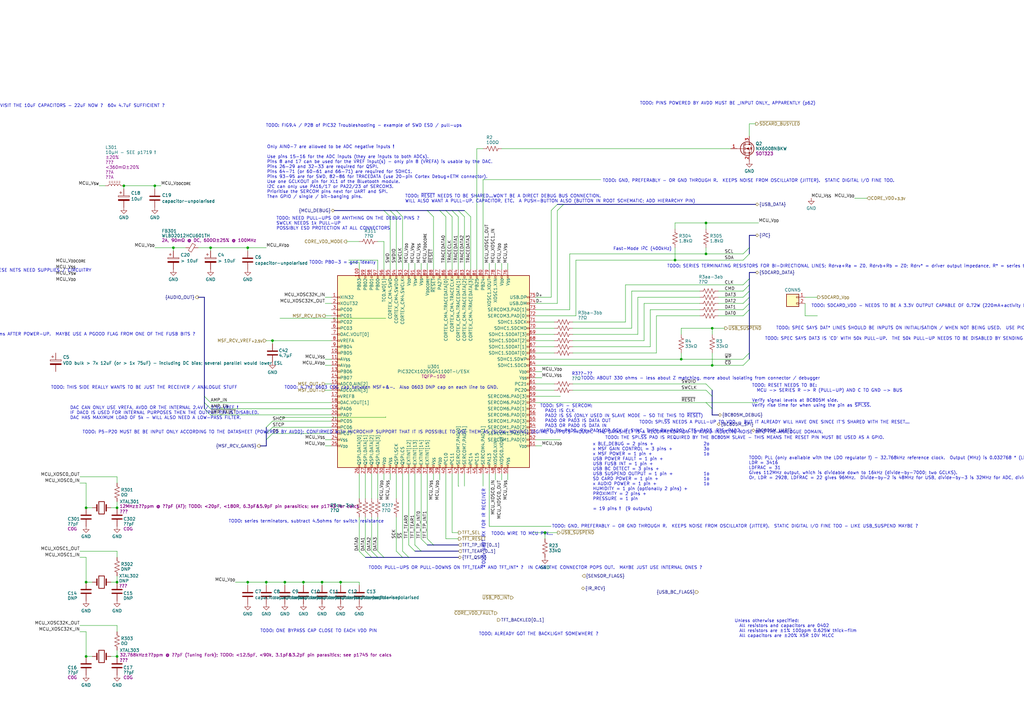
<source format=kicad_sch>
(kicad_sch (version 20230121) (generator eeschema)
  (paper "A3")
  (title_block (title "MSF Owl Clock - Microcontroller Module") (rev "0.1") (company "Pete Restall <pete@restall.net>"))
  (bus_alias "BC805M_DEBUG" (members "SWDIO" "SWCLK" "~{RESET}"))
  (bus_alias "IR_RCV" (members "DATA" "V_{DD}"))
  (bus_alias "MCU_DEBUG" (members "SWO" "SWDIO" "SWCLK" "~{RESET}" "TRACEDATA[0..3]" "TRACECLK"))
  (bus_alias "SENSOR_FLAGS" (members "~{HMD_ALERT}" "~{BAR_INT}" "PRX_GPIO[0..1]"))
  (junction (at 132.08 238.76))
  (junction (at 292.1 134.62))
  (junction (at 48.006 269.24))
  (junction (at 111.76 139.7))
  (junction (at 124.46 238.76))
  (junction (at 223.52 218.44))
  (junction (at 35.306 269.24))
  (junction (at 109.22 238.76))
  (junction (at 276.86 106.68))
  (junction (at 63.5 76.2))
  (junction (at 71.12 101.6))
  (junction (at 86.36 101.6))
  (junction (at 48.006 208.28))
  (junction (at 35.306 238.76))
  (junction (at 101.6 238.76))
  (junction (at 139.7 238.76))
  (junction (at 35.306 208.28))
  (junction (at 116.84 238.76))
  (junction (at 289.56 104.14))
  (junction (at 292.1 149.86))
  (junction (at 289.56 91.44))
  (junction (at 279.4 147.32))
  (junction (at 101.6 101.6))
  (junction (at 50.8 76.2))
  (junction (at 48.006 238.76))
  (bus_entry (at 160.02 86.36) (size 2.54 2.54))
  (bus_entry (at 307.34 114.3) (size -2.54 2.54))
  (bus_entry (at 83.82 167.64) (size 2.54 2.54))
  (bus_entry (at 231.14 83.82) (size -2.54 2.54))
  (bus_entry (at 307.34 127) (size -2.54 2.54))
  (bus_entry (at 180.34 86.36) (size 2.54 2.54))
  (bus_entry (at 172.72 226.06) (size -2.54 -2.54))
  (bus_entry (at 154.94 228.6) (size -2.54 -2.54))
  (bus_entry (at 157.48 228.6) (size -2.54 -2.54))
  (bus_entry (at 109.22 175.26) (size 2.54 -2.54))
  (bus_entry (at 292.1 160.02) (size -2.54 -2.54))
  (bus_entry (at 175.26 86.36) (size 2.54 2.54))
  (bus_entry (at 152.4 228.6) (size -2.54 -2.54))
  (bus_entry (at 307.34 121.92) (size -2.54 2.54))
  (bus_entry (at 187.96 86.36) (size 2.54 2.54))
  (bus_entry (at 185.42 86.36) (size 2.54 2.54))
  (bus_entry (at 190.5 86.36) (size 2.54 2.54))
  (bus_entry (at 162.56 86.36) (size 2.54 2.54))
  (bus_entry (at 83.82 165.1) (size 2.54 2.54))
  (bus_entry (at 167.64 228.6) (size -2.54 -2.54))
  (bus_entry (at 175.26 223.52) (size -2.54 -2.54))
  (bus_entry (at 170.18 226.06) (size -2.54 -2.54))
  (bus_entry (at 307.34 119.38) (size -2.54 2.54))
  (bus_entry (at 292.1 167.64) (size -2.54 -2.54))
  (bus_entry (at 182.88 86.36) (size 2.54 2.54))
  (bus_entry (at 292.1 162.56) (size -2.54 -2.54))
  (bus_entry (at 228.6 83.82) (size -2.54 2.54))
  (bus_entry (at 307.34 147.32) (size -2.54 2.54))
  (bus_entry (at 307.34 124.46) (size -2.54 2.54))
  (bus_entry (at 157.48 86.36) (size 2.54 2.54))
  (bus_entry (at 307.34 116.84) (size -2.54 2.54))
  (bus_entry (at 109.22 180.34) (size 2.54 -2.54))
  (bus_entry (at 307.34 101.6) (size -2.54 2.54))
  (bus_entry (at 165.1 228.6) (size -2.54 -2.54))
  (bus_entry (at 149.86 228.6) (size -2.54 -2.54))
  (bus_entry (at 83.82 162.56) (size 2.54 2.54))
  (bus_entry (at 307.34 144.78) (size -2.54 2.54))
  (bus_entry (at 307.34 104.14) (size -2.54 2.54))
  (bus_entry (at 177.8 223.52) (size -2.54 -2.54))
  (bus_entry (at 109.22 177.8) (size 2.54 -2.54))
  (wire (pts (xy 116.84 238.76) (xy 124.46 238.76)))
  (wire (pts (xy 101.6 238.76) (xy 109.22 238.76)))
  (bus (pts (xy 307.34 124.46) (xy 307.34 127)))
  (wire (pts (xy 86.36 102.87) (xy 86.36 101.6)))
  (wire (pts (xy 154.94 212.09) (xy 154.94 226.06)))
  (wire (pts (xy 147.32 238.76) (xy 147.32 240.03)))
  (wire (pts (xy 133.35 129.54) (xy 135.89 129.54)))
  (wire (pts (xy 269.24 129.54) (xy 287.02 129.54)))
  (bus (pts (xy 165.1 228.6) (xy 167.64 228.6)))
  (wire (pts (xy 187.96 88.9) (xy 187.96 110.49)))
  (wire (pts (xy 133.35 147.32) (xy 135.89 147.32)))
  (wire (pts (xy 71.12 101.6) (xy 76.2 101.6)))
  (wire (pts (xy 132.08 238.76) (xy 139.7 238.76)))
  (wire (pts (xy 116.84 238.76) (xy 116.84 240.03)))
  (wire (pts (xy 223.52 218.44) (xy 228.6 218.44)))
  (bus (pts (xy 307.34 101.6) (xy 307.34 104.14)))
  (wire (pts (xy 124.46 238.76) (xy 132.08 238.76)))
  (bus (pts (xy 292.1 160.02) (xy 292.1 162.56)))
  (wire (pts (xy 111.76 139.7) (xy 135.89 139.7)))
  (bus (pts (xy 307.34 121.92) (xy 307.34 124.46)))
  (wire (pts (xy 198.12 194.31) (xy 198.12 199.39)))
  (wire (pts (xy 154.94 106.68) (xy 143.002 106.68)))
  (wire (pts (xy 86.36 101.6) (xy 101.6 101.6)))
  (wire (pts (xy 133.35 157.48) (xy 135.89 157.48)))
  (wire (pts (xy 139.7 238.76) (xy 139.7 240.03)))
  (wire (pts (xy 219.71 134.62) (xy 227.33 134.62)))
  (wire (pts (xy 48.006 228.6) (xy 48.006 226.06)))
  (wire (pts (xy 276.86 91.44) (xy 289.56 91.44)))
  (wire (pts (xy 187.96 199.39) (xy 188.214 199.39)))
  (wire (pts (xy 279.4 134.62) (xy 292.1 134.62)))
  (bus (pts (xy 309.88 111.76) (xy 307.34 111.76)))
  (bus (pts (xy 182.88 86.36) (xy 185.42 86.36)))
  (wire (pts (xy 35.306 259.08) (xy 32.766 259.08)))
  (bus (pts (xy 162.56 86.36) (xy 175.26 86.36)))
  (wire (pts (xy 133.35 149.86) (xy 135.89 149.86)))
  (wire (pts (xy 48.006 256.54) (xy 32.766 256.54)))
  (wire (pts (xy 167.64 107.95) (xy 167.64 110.49)))
  (bus (pts (xy 307.34 144.78) (xy 307.34 147.32)))
  (bus (pts (xy 175.26 223.52) (xy 177.8 223.52)))
  (wire (pts (xy 205.74 60.96) (xy 299.72 60.96)))
  (wire (pts (xy 234.95 157.48) (xy 289.56 157.48)))
  (wire (pts (xy 101.6 101.6) (xy 109.22 101.6)))
  (wire (pts (xy 208.28 196.85) (xy 208.28 194.31)))
  (wire (pts (xy 182.88 220.98) (xy 182.88 194.31)))
  (wire (pts (xy 219.71 182.88) (xy 222.25 182.88)))
  (wire (pts (xy 234.95 160.02) (xy 289.56 160.02)))
  (wire (pts (xy 86.36 165.1) (xy 135.89 165.1)))
  (wire (pts (xy 158.242 171.196) (xy 158.242 170.942)))
  (wire (pts (xy 124.46 238.76) (xy 124.46 240.03)))
  (wire (pts (xy 350.52 81.28) (xy 355.6 81.28)))
  (wire (pts (xy 233.68 104.14) (xy 233.68 127)))
  (wire (pts (xy 86.36 167.64) (xy 135.89 167.64)))
  (wire (pts (xy 292.1 149.86) (xy 304.8 149.86)))
  (wire (pts (xy 50.8 76.2) (xy 63.5 76.2)))
  (bus (pts (xy 167.64 228.6) (xy 187.96 228.6)))
  (wire (pts (xy 223.52 218.44) (xy 223.52 220.98)))
  (wire (pts (xy 152.4 212.09) (xy 152.4 226.06)))
  (wire (pts (xy 63.5 76.2) (xy 66.04 76.2)))
  (wire (pts (xy 175.26 107.95) (xy 175.26 110.49)))
  (wire (pts (xy 109.22 238.76) (xy 116.84 238.76)))
  (wire (pts (xy 198.12 110.49) (xy 198.12 73.66)))
  (wire (pts (xy 261.62 121.92) (xy 261.62 137.16)))
  (wire (pts (xy 219.71 157.48) (xy 227.33 157.48)))
  (bus (pts (xy 81.28 121.92) (xy 83.82 121.92)))
  (wire (pts (xy 203.2 107.95) (xy 203.2 110.49)))
  (wire (pts (xy 147.32 110.49) (xy 147.32 107.696)))
  (wire (pts (xy 180.34 196.85) (xy 180.34 194.31)))
  (wire (pts (xy 256.54 116.84) (xy 256.54 132.08)))
  (wire (pts (xy 147.32 194.31) (xy 147.32 204.47)))
  (bus (pts (xy 187.96 86.36) (xy 190.5 86.36)))
  (bus (pts (xy 231.14 83.82) (xy 228.6 83.82)))
  (bus (pts (xy 309.88 96.52) (xy 307.34 96.52)))
  (wire (pts (xy 219.71 137.16) (xy 227.33 137.16)))
  (bus (pts (xy 180.34 86.36) (xy 182.88 86.36)))
  (wire (pts (xy 167.64 223.52) (xy 167.64 194.31)))
  (wire (pts (xy 294.64 121.92) (xy 304.8 121.92)))
  (bus (pts (xy 154.94 228.6) (xy 157.48 228.6)))
  (wire (pts (xy 48.006 266.7) (xy 48.006 269.24)))
  (wire (pts (xy 165.1 194.31) (xy 165.1 226.06)))
  (bus (pts (xy 109.22 177.8) (xy 109.22 180.34)))
  (wire (pts (xy 330.2 121.92) (xy 335.28 121.92)))
  (wire (pts (xy 219.71 132.08) (xy 227.33 132.08)))
  (wire (pts (xy 228.6 86.36) (xy 228.6 124.46)))
  (wire (pts (xy 177.8 196.85) (xy 177.8 194.31)))
  (wire (pts (xy 45.466 208.28) (xy 48.006 208.28)))
  (wire (pts (xy 335.28 129.54) (xy 330.2 129.54)))
  (wire (pts (xy 48.006 205.74) (xy 48.006 208.28)))
  (wire (pts (xy 149.86 194.31) (xy 149.86 204.47)))
  (wire (pts (xy 133.35 160.02) (xy 135.89 160.02)))
  (wire (pts (xy 109.22 139.7) (xy 111.76 139.7)))
  (wire (pts (xy 292.1 144.78) (xy 292.1 149.86)))
  (wire (pts (xy 219.71 142.24) (xy 227.33 142.24)))
  (wire (pts (xy 35.306 208.28) (xy 37.846 208.28)))
  (wire (pts (xy 259.08 119.38) (xy 287.02 119.38)))
  (wire (pts (xy 294.64 129.54) (xy 304.8 129.54)))
  (wire (pts (xy 269.24 144.78) (xy 269.24 129.54)))
  (bus (pts (xy 83.82 121.92) (xy 83.82 162.56)))
  (wire (pts (xy 234.95 144.78) (xy 269.24 144.78)))
  (wire (pts (xy 162.56 212.09) (xy 162.56 226.06)))
  (wire (pts (xy 96.52 238.76) (xy 101.6 238.76)))
  (wire (pts (xy 228.6 124.46) (xy 219.71 124.46)))
  (wire (pts (xy 294.64 119.38) (xy 304.8 119.38)))
  (bus (pts (xy 83.82 167.64) (xy 83.82 165.1)))
  (bus (pts (xy 177.8 223.52) (xy 187.96 223.52)))
  (bus (pts (xy 185.42 86.36) (xy 187.96 86.36)))
  (wire (pts (xy 182.88 88.9) (xy 182.88 110.49)))
  (wire (pts (xy 264.16 139.7) (xy 264.16 124.46)))
  (wire (pts (xy 226.06 121.92) (xy 219.71 121.92)))
  (wire (pts (xy 160.02 196.85) (xy 160.02 194.31)))
  (wire (pts (xy 279.4 144.78) (xy 279.4 147.32)))
  (wire (pts (xy 45.466 269.24) (xy 48.006 269.24)))
  (wire (pts (xy 234.95 134.62) (xy 259.08 134.62)))
  (bus (pts (xy 172.72 226.06) (xy 187.96 226.06)))
  (wire (pts (xy 289.56 91.44) (xy 289.56 93.98)))
  (wire (pts (xy 162.56 194.31) (xy 162.56 204.47)))
  (wire (pts (xy 111.76 175.26) (xy 135.89 175.26)))
  (wire (pts (xy 142.24 99.06) (xy 147.32 99.06)))
  (wire (pts (xy 226.06 86.36) (xy 226.06 121.92)))
  (wire (pts (xy 149.86 212.09) (xy 149.86 226.06)))
  (wire (pts (xy 276.86 93.98) (xy 276.86 91.44)))
  (wire (pts (xy 309.88 50.8) (xy 307.34 50.8)))
  (wire (pts (xy 187.96 220.98) (xy 182.88 220.98)))
  (wire (pts (xy 294.64 127) (xy 304.8 127)))
  (bus (pts (xy 157.48 86.36) (xy 160.02 86.36)))
  (bus (pts (xy 307.34 96.52) (xy 307.34 101.6)))
  (wire (pts (xy 185.42 194.31) (xy 185.42 218.44)))
  (wire (pts (xy 259.08 134.62) (xy 259.08 119.38)))
  (wire (pts (xy 208.28 107.95) (xy 208.28 110.49)))
  (wire (pts (xy 292.1 134.62) (xy 297.18 134.62)))
  (wire (pts (xy 185.42 88.9) (xy 185.42 110.49)))
  (bus (pts (xy 83.82 165.1) (xy 83.82 162.56)))
  (wire (pts (xy 236.22 129.54) (xy 219.71 129.54)))
  (wire (pts (xy 218.44 218.44) (xy 223.52 218.44)))
  (wire (pts (xy 330.2 129.54) (xy 330.2 124.46)))
  (wire (pts (xy 162.56 88.9) (xy 162.56 110.49)))
  (wire (pts (xy 234.95 139.7) (xy 264.16 139.7)))
  (wire (pts (xy 195.58 60.96) (xy 198.12 60.96)))
  (wire (pts (xy 266.7 127) (xy 266.7 142.24)))
  (wire (pts (xy 48.006 259.08) (xy 48.006 256.54)))
  (wire (pts (xy 170.18 194.31) (xy 170.18 223.52)))
  (bus (pts (xy 109.22 180.34) (xy 109.22 182.88)))
  (wire (pts (xy 190.5 88.9) (xy 190.5 110.49)))
  (wire (pts (xy 311.15 91.44) (xy 289.56 91.44)))
  (wire (pts (xy 236.22 106.68) (xy 236.22 129.54)))
  (wire (pts (xy 133.35 124.46) (xy 135.89 124.46)))
  (wire (pts (xy 219.71 149.86) (xy 292.1 149.86)))
  (wire (pts (xy 165.1 88.9) (xy 165.1 110.49)))
  (wire (pts (xy 264.16 124.46) (xy 287.02 124.46)))
  (wire (pts (xy 219.71 127) (xy 233.68 127)))
  (wire (pts (xy 132.08 238.76) (xy 132.08 240.03)))
  (wire (pts (xy 139.7 238.76) (xy 147.32 238.76)))
  (wire (pts (xy 205.74 194.31) (xy 205.74 196.85)))
  (wire (pts (xy 154.94 194.31) (xy 154.94 204.47)))
  (wire (pts (xy 86.36 170.18) (xy 135.89 170.18)))
  (bus (pts (xy 152.4 228.6) (xy 154.94 228.6)))
  (wire (pts (xy 101.6 102.87) (xy 101.6 101.6)))
  (bus (pts (xy 307.34 111.76) (xy 307.34 114.3)))
  (wire (pts (xy 219.71 165.1) (xy 289.56 165.1)))
  (wire (pts (xy 157.48 110.49) (xy 157.48 99.06)))
  (wire (pts (xy 294.64 124.46) (xy 304.8 124.46)))
  (wire (pts (xy 219.71 180.34) (xy 229.87 180.34)))
  (wire (pts (xy 200.66 194.31) (xy 200.66 215.9)))
  (wire (pts (xy 35.306 269.24) (xy 37.846 269.24)))
  (wire (pts (xy 172.72 220.98) (xy 172.72 194.31)))
  (wire (pts (xy 48.006 236.22) (xy 48.006 238.76)))
  (wire (pts (xy 287.02 127) (xy 266.7 127)))
  (bus (pts (xy 170.18 226.06) (xy 172.72 226.06)))
  (bus (pts (xy 294.64 170.18) (xy 292.1 170.18)))
  (wire (pts (xy 193.04 88.9) (xy 193.04 110.49)))
  (wire (pts (xy 152.4 194.31) (xy 152.4 204.47)))
  (wire (pts (xy 172.72 107.95) (xy 172.72 110.49)))
  (bus (pts (xy 307.34 127) (xy 307.34 144.78)))
  (wire (pts (xy 133.35 182.88) (xy 135.89 182.88)))
  (wire (pts (xy 276.86 106.68) (xy 236.22 106.68)))
  (wire (pts (xy 143.002 107.696) (xy 147.32 107.696)))
  (wire (pts (xy 190.5 194.31) (xy 190.5 199.39)))
  (wire (pts (xy 35.306 208.28) (xy 35.306 198.12)))
  (wire (pts (xy 101.6 238.76) (xy 101.6 240.03)))
  (wire (pts (xy 279.4 147.32) (xy 304.8 147.32)))
  (wire (pts (xy 219.71 160.02) (xy 227.33 160.02)))
  (wire (pts (xy 170.18 107.95) (xy 170.18 110.49)))
  (wire (pts (xy 219.71 144.78) (xy 227.33 144.78)))
  (wire (pts (xy 256.54 132.08) (xy 234.95 132.08)))
  (wire (pts (xy 35.306 269.24) (xy 35.306 259.08)))
  (wire (pts (xy 177.8 88.9) (xy 177.8 110.49)))
  (wire (pts (xy 48.006 195.58) (xy 32.766 195.58)))
  (wire (pts (xy 195.58 60.96) (xy 195.58 110.49)))
  (wire (pts (xy 147.32 212.09) (xy 147.32 226.06)))
  (wire (pts (xy 63.5 101.6) (xy 71.12 101.6)))
  (wire (pts (xy 35.306 238.76) (xy 35.306 228.6)))
  (wire (pts (xy 205.74 107.95) (xy 205.74 110.49)))
  (wire (pts (xy 187.96 194.31) (xy 187.96 199.39)))
  (wire (pts (xy 154.94 99.06) (xy 157.48 99.06)))
  (wire (pts (xy 219.71 162.56) (xy 229.87 162.56)))
  (bus (pts (xy 160.02 86.36) (xy 162.56 86.36)))
  (wire (pts (xy 40.64 76.2) (xy 43.18 76.2)))
  (wire (pts (xy 198.12 73.66) (xy 246.38 73.66)))
  (wire (pts (xy 289.56 101.6) (xy 289.56 104.14)))
  (bus (pts (xy 309.88 83.82) (xy 231.14 83.82)))
  (bus (pts (xy 106.68 182.88) (xy 109.22 182.88)))
  (wire (pts (xy 304.8 116.84) (xy 256.54 116.84)))
  (wire (pts (xy 200.66 107.95) (xy 200.66 110.49)))
  (wire (pts (xy 160.02 88.9) (xy 160.02 110.49)))
  (wire (pts (xy 185.42 218.44) (xy 187.96 218.44)))
  (wire (pts (xy 35.306 198.12) (xy 32.766 198.12)))
  (wire (pts (xy 219.71 154.94) (xy 222.25 154.94)))
  (bus (pts (xy 307.34 119.38) (xy 307.34 121.92)))
  (bus (pts (xy 307.34 114.3) (xy 307.34 116.84)))
  (wire (pts (xy 63.5 76.2) (xy 63.5 77.47)))
  (wire (pts (xy 133.35 121.92) (xy 135.89 121.92)))
  (wire (pts (xy 48.006 226.06) (xy 32.766 226.06)))
  (wire (pts (xy 35.306 228.6) (xy 32.766 228.6)))
  (bus (pts (xy 137.16 86.36) (xy 157.48 86.36)))
  (wire (pts (xy 289.56 165.1) (xy 310.896 165.1)))
  (wire (pts (xy 219.71 139.7) (xy 227.33 139.7)))
  (wire (pts (xy 111.76 177.8) (xy 135.89 177.8)))
  (wire (pts (xy 234.95 137.16) (xy 261.62 137.16)))
  (wire (pts (xy 114.808 130.556) (xy 158.242 130.556)))
  (wire (pts (xy 133.35 180.34) (xy 135.89 180.34)))
  (wire (pts (xy 287.02 121.92) (xy 261.62 121.92)))
  (wire (pts (xy 154.94 110.49) (xy 154.94 106.68)))
  (wire (pts (xy 289.56 104.14) (xy 304.8 104.14)))
  (wire (pts (xy 48.006 198.12) (xy 48.006 195.58)))
  (wire (pts (xy 279.4 134.62) (xy 279.4 137.16)))
  (wire (pts (xy 276.86 101.6) (xy 276.86 106.68)))
  (wire (pts (xy 111.76 172.72) (xy 135.89 172.72)))
  (wire (pts (xy 157.48 194.31) (xy 157.48 196.85)))
  (wire (pts (xy 292.1 134.62) (xy 292.1 137.16)))
  (wire (pts (xy 219.71 152.4) (xy 222.25 152.4)))
  (wire (pts (xy 307.34 50.8) (xy 307.34 55.88)))
  (wire (pts (xy 203.2 194.31) (xy 203.2 196.85)))
  (wire (pts (xy 109.22 238.76) (xy 109.22 240.03)))
  (bus (pts (xy 175.26 86.36) (xy 180.34 86.36)))
  (wire (pts (xy 200.66 215.9) (xy 226.06 215.9)))
  (wire (pts (xy 276.86 106.68) (xy 304.8 106.68)))
  (wire (pts (xy 234.95 142.24) (xy 266.7 142.24)))
  (wire (pts (xy 111.76 140.97) (xy 111.76 139.7)))
  (bus (pts (xy 109.22 175.26) (xy 109.22 177.8)))
  (bus (pts (xy 292.1 167.64) (xy 292.1 170.18)))
  (wire (pts (xy 50.8 76.2) (xy 50.8 77.47)))
  (wire (pts (xy 219.71 147.32) (xy 279.4 147.32)))
  (wire (pts (xy 114.808 171.196) (xy 158.242 171.196)))
  (wire (pts (xy 175.26 194.31) (xy 175.26 220.98)))
  (bus (pts (xy 292.1 162.56) (xy 292.1 167.64)))
  (bus (pts (xy 307.34 116.84) (xy 307.34 119.38)))
  (wire (pts (xy 45.466 238.76) (xy 48.006 238.76)))
  (bus (pts (xy 149.86 228.6) (xy 152.4 228.6)))
  (wire (pts (xy 233.68 104.14) (xy 289.56 104.14)))
  (wire (pts (xy 71.12 101.6) (xy 71.12 102.87)))
  (wire (pts (xy 35.306 238.76) (xy 37.846 238.76)))
  (bus (pts (xy 157.48 228.6) (xy 165.1 228.6)))
  (wire (pts (xy 81.28 101.6) (xy 86.36 101.6)))
  (text "Fast-Mode I^{2}C (400kHz)" (at 251.46 102.87 0) (effects (font (size 1.27 1.27)) (justify left bottom)))
  (text "TODO: ABOUT 330 ohms - less about Z matching, more about isolating from connector / debugger" (at 238.252 155.956 0) (effects (font (size 1.27 1.27)) (justify left bottom)))
  (text "TODO: ONE BYPASS CAP CLOSE TO EACH VDD PIN" (at 106.68 259.588 0) (effects (font (size 1.27 1.27)) (justify left bottom)))
  (text "TODO: REVISIT THE 10uF CAPACITORS - 22uF NOW ?  60x 4.7uF SUFFICIENT ?" (at -8.89 44.196 0) (effects (font (size 1.27 1.27)) (justify left bottom)))
  (text "TODO: P5-P20 MUST BE BE INPUT ONLY ACCORDING TO THE DATASHEET (POWERED BY AVDD); CONFIRMED WITH MICROCHIP SUPPORT THAT IT IS POSSIBLE TO USE THEM AS (SLOW-MOVING) DIGITAL OUTPUTS THOUGH.  THE DATASHEET IS A RECOMMENDATION TO AVOID INDUCING NOISE INTO THE ANALOGUE DOMAIN." (at 33.782 178.054 0) (effects (font (size 1.27 1.27)) (justify left bottom)))
  (text "TODO: series terminators, subtract 4.5ohms for switch resistance" (at 93.726 214.63 0) (effects (font (size 1.27 1.27)) (justify left bottom)))
  (text "TODO: ALREADY GOT THE BACKLIGHT SOMEWHERE ?" (at 196.342 260.858 0) (effects (font (size 1.27 1.27)) (justify left bottom)))
  (text "TODO: SDCARD_VDD - NEEDS TO BE A 3.3V OUTPUT CAPABLE OF 0.72W (220mA+activity LED consumption) AND ENABLED UNDER SOFTWARE CONTROL." (at 332.74 126.238 0) (effects (font (size 1.27 1.27)) (justify left bottom)))
  (text "TODO: THIS SIDE REALLY WANTS TO BE JUST THE RECEIVER / ANALOGUE STUFF" (at 20.828 159.766 0) (effects (font (size 1.27 1.27)) (justify left bottom)))
  (text "TODO: UART RX FOR IR RECEIVER" (at 199.136 232.664 90) (effects (font (size 1.27 1.27)) (justify left bottom)))
  (text "TODO: SPEC SAYS DAT* LINES SHOULD BE INPUTS ON INITIALISATION / WHEN NOT BEING USED.  USE PIC32 INTERNAL PULL-UPS OR PULL-DOWNS FOR THIS PURPOSE, TO PREVENT FLOATING." (at 318.262 135.382 0) (effects (font (size 1.27 1.27)) (justify left bottom)))
  (text "TODO: ~{RESET} NEEDS TO BE SHARED...WON'T BE A DIRECT DEBUG BUS CONNECTION.\nWILL ALSO WANT A PULL-UP, CAPACITOR, ETC.  A PUSH-BUTTON ALSO (BUTTON IN ROOT SCHEMATIC; ADD HIERARCHY PIN)" (at 166.116 83.312 0) (effects (font (size 1.27 1.27)) (justify left bottom)))
  (text "TODO: 4.7nF 0603 C0G cap between MSF+&-.  Also 0603 DNP cap on each line to GND." (at 116.586 159.766 0) (effects (font (size 1.27 1.27)) (justify left bottom)))
  (text "Unless otherwise specified:\n  All resistors and capacitors are 0402\n  All resistors are ±1% 100ppm 0.625W thick-film\n  All capacitors are ±20% X5R 10V MLCC " (at 301.244 261.62 0) (effects (font (size 1.27 1.27)) (justify left bottom)))
  (text "TODO: PLL (only available with the LDO regulator !) - 32.768kHz reference clock.  Output (MHz) is 0.032768 * (LDR + 1 + LDFRAC / 32)\nLDR = 3416\nLDFRAC = 31\nGives 112MHz output, which is dividable down to 16kHz (divide-by-7000; two GCLKS).\nOr, LDR = 2928, LDFRAC = 22 gives 96MHz.  Divide-by-2 is 48MHz for USB, divide-by-3 is 32MHz for ADC, divide-by-6000 is 16kHz for sampling.\n" (at 307.086 196.85 0) (effects (font (size 1.27 1.27)) (justify left bottom)))
  (text "TODO: SERIES TERMINATING RESISTORS FOR BI-DIRECTIONAL LINES; Rdrva+Ra = Z0, Rdrvb+Rb = Z0; Rdrv* = driver output impedance, R* = series terminating resistor, Z0 = PCB trace impedance.  Also note LPF created with receiving end's R and C of pin, which will reduce rise-time." (at 273.558 109.982 0) (effects (font (size 1.27 1.27)) (justify left bottom)))
  (text "TODO: SPI - SERCOM:\n  PAD1 IS CLK\n  PAD2 IS SS (ONLY USED IN SLAVE MODE - SO TIE THIS TO ~{RESET})\n  PAD0 OR PAD3 IS DATA OUT\n  PAD3 OR PAD0 IS DATA IN\nUART: TX=PAD0, RX=PAD1(OR SCK IF SYNC, THEN RX=PAD0), CTS=PAD3, RTS=PAD2" (at 221.488 177.546 0) (effects (font (size 1.27 1.27)) (justify left bottom)))
  (text "TODO: HOLD ~{RESET} LOW FOR A FEW us / ms AFTER POWER-UP.  MAYBE USE A PGOOD FLAG FROM ONE OF THE FUSB BITS ?" (at -41.402 137.922 0) (effects (font (size 1.27 1.27)) (justify left bottom)))
  (text "TODO: PULL-UPS OR PULL-DOWNS ON TFT_TEAR* AND TFT_INT* ?  IN CASE THE CONNECTOR POPS OUT.  MAYBE JUST USE INTERNAL ONES ?" (at 151.13 233.68 0) (effects (font (size 1.27 1.27)) (justify left bottom)))
  (text "TODO: RESET NEEDS TO BE:\n  MCU -> SERIES R -> R (PULL-UP) AND C TO GND -> BUS\n\nVerify signal levels at BC805M side.\nVerify rise time for when using the pin as ~{SPI.SS}." (at 308.356 167.132 0) (effects (font (size 1.27 1.27)) (justify left bottom)))
  (text "x BLE_DEBUG = 2 pins +				2o\nx MSF GAIN CONTROL = 3 pins +		3o\nx MSF POWER = 1 pin +				1o\nUSB POWER FAULT = 1 pin +\nUSB FUSB INT = 1 pin +\nUSB BC DETECT = 3 pins +\nUSB SUSPEND OUTPUT = 1 pin +		1o\nSD CARD POWER = 1 pin +				1o\nx AUDIO POWER = 1 pin +				1o\nHUMIDITY = 1 pin (optionally 2 pins) +\nPROXIMITY = 2 pins +\nPRESSURE = 1 pin\n\n= 19 pins !  (9 outputs)" (at 243.078 209.55 0) (effects (font (size 1.27 1.27)) (justify left bottom)))
  (text "TODO: PB0-3 = gnd ideally" (at 154.178 108.458 0) (effects (font (size 1.27 1.27)) (justify right bottom)))
  (text "Only AIN0-7 are allowed to be ADC negative inputs !\n\nUse pins 15-16 for the ADC inputs (they are inputs to both ADCs).\nPins 8 and 17 can be used for the VREF input(s) - only pin 8 (VREFA) is usable by the DAC.\nPins 26-29 and 32-33 are required for QSPI.\nPins 64-71 (or 60-61 and 66-71) are required for SDHC1.\nPins 93-95 are for SWD, 82-86 for TRACEDATA (use 20-pin Cortex Debug+ETM connector).\nUse one GCLKOUT pin for XL1 of the Bluetooth module.\nI2C can only use PA16/17 or PA22/23 of SERCOM3.\nPrioritise the SERCOM pins next for UART and SPI.\nThen GPIO / single / bit-banging pins." (at 109.474 81.534 0) (effects (font (size 1.27 1.27)) (justify left bottom)))
  (text "TODO: PINS POWERED BY AVDD MUST BE _INPUT ONLY_ APPARENTLY (p62)" (at 262.382 43.18 0) (effects (font (size 1.27 1.27)) (justify left bottom)))
  (text "TODO: NEED PULL-UPS OR ANYTHING ON THE DEBUG PINS ?\nSWCLK NEEDS 1k PULL-UP\nPOSSIBLY ESD PROTECTION AT ALL CONNECTORS" (at 113.284 94.488 0) (effects (font (size 1.27 1.27)) (justify left bottom)))
  (text "DAC CAN ONLY USE VREFA, AVDD OR THE INTERNAL 2.4V / 2.5V VREF !\nIF DAC0 IS USED FOR INTERNAL PURPOSES THEN THE OUTPUT PIN IS DISABLED.\nDAC HAS MAXIMUM LOAD OF 5k - WILL ALSO NEED A LOW-PASS FILTER." (at 28.702 172.212 0) (effects (font (size 1.27 1.27)) (justify left bottom)))
  (text "TODO: THE SPI.~{SS} PAD IS REQUIRED BY THE BC805M SLAVE - THIS MEANS THE RESET PIN MUST BE USED AS A GPIO." (at 248.158 180.34 0) (effects (font (size 1.27 1.27)) (justify left bottom)))
  (text "TODO: FIG9.4 / P28 of PIC32 Troubleshooting - example of SWD ESD / pull-ups" (at 108.966 52.324 0) (effects (font (size 1.27 1.27)) (justify left bottom)))
  (text "R3??-??" (at 234.442 154.178 0) (effects (font (size 1.27 1.27)) (justify left bottom)))
  (text "TODO: WIRE TO MCU PIN..." (at 201.422 219.71 0) (effects (font (size 1.27 1.27)) (justify left bottom)))
  (text "TODO: SPEC SAYS DAT3 IS 'CD' WITH 50k PULL-UP.  THE 50k PULL-UP NEEDS TO BE DISABLED BY SENDING THE 'SET_CLR_CARD_DETECT' COMMAND PRIOR TO USING THE CARD." (at 313.69 139.7 0) (effects (font (size 1.27 1.27)) (justify left bottom)))
  (text "TODO: SPI.~{SS} NEEDS A PULL-UP TO VDD - BUT IT ALREADY WILL HAVE ONE SINCE IT'S SHARED WITH THE RESET..." (at 262.128 173.99 0) (effects (font (size 1.27 1.27)) (justify left bottom)))
  (text "TODO: GND, PREFERABLY - OR GND THROUGH R.  KEEPS NOISE FROM OSCILLATOR (JITTER).  STATIC DIGITAL I/O FINE TOO - LIKE USB_SUSPEND MAYBE ?" (at 226.314 216.662 0) (effects (font (size 1.27 1.27)) (justify left bottom)))
  (text "TODO: GND, PREFERABLY - OR GND THROUGH R.  KEEPS NOISE FROM OSCILLATOR (JITTER).  STATIC DIGITAL I/O FINE TOO." (at 247.142 74.93 0) (effects (font (size 1.27 1.27)) (justify left bottom)))
  (text "TODO: THESE NETS NEED SUPPLIES / CIRCUITRY" (at -9.398 111.76 0) (effects (font (size 1.27 1.27)) (justify left bottom)))
  (label "MCU_V_{DD}" (at 311.15 91.44 0))
  (label "MCU_V_{SS}" (at 133.35 147.32 180))
  (label "MCU_XOSC0_OUT" (at 205.74 196.85 270))
  (label "SWCLK" (at 279.4 160.02 0))
  (label "MCU_XOSC1_IN" (at 32.766 228.6 180))
  (label "MCU_V_{DD}" (at 96.52 238.76 180))
  (label "TRACECLK" (at 185.42 107.95 90))
  (label "MCU_V_{DD}" (at 167.64 107.95 90))
  (label "MCU_V_{SS}" (at 177.8 196.85 270))
  (label "TFT_TEAR0" (at 167.64 220.98 90))
  (label "TFT_TP_INT1" (at 175.26 220.98 90))
  (label "DAT3" (at 297.18 121.92 0))
  (label "SWO" (at 160.02 107.95 90))
  (label "TFT_TEAR1" (at 170.18 220.98 90))
  (label "SCL" (at 297.18 104.14 0))
  (label "MCU_V_{DD}" (at 350.52 81.28 180))
  (label "DAT1" (at 297.18 127 0))
  (label "MCU_V_{DDCORE}" (at 22.86 107.95 0))
  (label "MCU_XOSC1_OUT" (at 32.766 226.06 180))
  (label "MCU_V_{DD}" (at 180.34 196.85 270))
  (label "TRACEDATA0" (at 182.88 107.95 90))
  (label "MCU_V_{SS}" (at 133.35 180.34 180))
  (label "MCU_XOSC32K_IN" (at 32.766 259.08 180))
  (label "MCU_V_{DDCORE}" (at 175.26 107.95 90))
  (label "D_{+}" (at 219.71 121.92 0))
  (label "~{CD}" (at 297.18 149.86 0))
  (label "MCU_XOSC0_IN" (at 32.766 198.12 180))
  (label "~{RESET}" (at 177.8 107.95 90))
  (label "MCU_V_{SS}" (at 208.28 196.85 270))
  (label "SWDIO" (at 279.4 157.48 0))
  (label "STCP" (at 111.76 175.26 0))
  (label "SDA" (at 297.18 106.68 0))
  (label "MCU_XOSC1_OUT" (at 200.66 107.95 90))
  (label "DS" (at 111.76 177.8 0))
  (label "TRACEDATA3" (at 193.04 107.95 90))
  (label "~{RESET}" (at 279.4 165.1 0))
  (label "CLK" (at 297.18 116.84 0))
  (label "MCU_V_{SS}" (at 172.72 107.95 90))
  (label "DATA0" (at 147.32 226.06 90))
  (label "MCU_V_{DD}" (at 222.25 152.4 0))
  (label "MCU_V_{DD}" (at 133.35 182.88 180))
  (label "MCU_V_{SW}" (at 170.18 107.95 90))
  (label "D_{-}" (at 219.71 124.46 0))
  (label "MCU_XOSC1_IN" (at 203.2 107.95 90))
  (label "TRACEDATA2" (at 190.5 107.95 90))
  (label "MCU_V_{SW}" (at 40.64 76.2 180))
  (label "MCU_V_{DD}" (at 205.74 107.95 90))
  (label "MCU_XOSC32K_OUT" (at 32.766 256.54 180))
  (label "AMP_IN" (at 86.36 165.1 0))
  (label "MCU_XOSC32K_IN" (at 133.35 121.92 180))
  (label "~{AMP_FAULT}" (at 86.36 170.18 0))
  (label "MCU_V_{SS}" (at 160.02 196.85 270))
  (label "MCU_XOSC0_OUT" (at 32.766 195.58 180))
  (label "DAT0" (at 297.18 129.54 0))
  (label "MCU_V_{SS}" (at 22.86 110.49 0))
  (label "MCU_V_{SS}" (at 332.74 81.28 0))
  (label "~{SS}" (at 165.1 220.98 90))
  (label "DATA2" (at 152.4 226.06 90))
  (label "CMD" (at 297.18 119.38 0))
  (label "DATA3" (at 154.94 226.06 90))
  (label "SCK" (at 162.56 220.98 90))
  (label "TRACEDATA1" (at 187.96 107.95 90))
  (label "MCU_XOSC32K_OUT" (at 133.35 124.46 180))
  (label "~{WP}" (at 297.18 147.32 0))
  (label "MCU_V_{DD}" (at 22.86 115.57 0))
  (label "MCU_V_{SW}" (at 22.86 113.03 0))
  (label "MCU_V_{DD}" (at 157.48 196.85 270))
  (label "MCU_V_{SS}" (at 222.25 154.94 0))
  (label "MCU_V_{DD}" (at 222.25 182.88 0))
  (label "MCU_V_{DDCORE}" (at 66.04 76.2 0))
  (label "SWCLK" (at 165.1 107.95 90))
  (label "MCU_XOSC0_IN" (at 203.2 196.85 270))
  (label "DATA1" (at 149.86 226.06 90))
  (label "MCU_V_{DD}" (at 63.5 101.6 180))
  (label "SWDIO" (at 162.56 107.95 90))
  (label "MCU_V_{SS}" (at 208.28 107.95 90))
  (label "TFT_TP_INT0" (at 172.72 220.98 90))
  (label "AMP_EN" (at 86.36 167.64 0))
  (label "MCU_AV_{DD}" (at 133.35 149.86 180))
  (label "DAT2" (at 297.18 124.46 0))
  (label "MCU_AV_{DD}" (at 109.22 101.6 0))
  (label "SHCP" (at 111.76 172.72 0))
  (hierarchical_label "TFT_TEAR[0..1]" (shape input) (at 187.96 226.06 0))
  (hierarchical_label "{MSF_RCV_GAINS}" (shape output) (at 106.68 182.88 180))
  (hierarchical_label "{TFT_QSPI}" (shape bidirectional) (at 187.96 228.6 0))
  (hierarchical_label "~{CORE_VDD_FAULT}" (shape input) (at 203.962 251.46 180))
  (hierarchical_label "{SDCARD_DATA}" (shape bidirectional) (at 309.88 111.76 0))
  (hierarchical_label "MSF_RCV_VREF_{+2.5V}" (shape input) (at 109.22 139.7 180))
  (hierarchical_label "{BC805M_UART}" (shape bidirectional) (at 308.356 176.53 0))
  (hierarchical_label "~{USB_SUSPEND}" (shape output) (at 228.6 218.44 0))
  (hierarchical_label "{BC805M_SPI}" (shape bidirectional) (at 294.132 173.99 0))
  (hierarchical_label "~{USB_PD_INT}" (shape input) (at 210.566 245.11 180))
  (hierarchical_label "{AUDIO_OUT}" (shape output) (at 81.28 121.92 180))
  (hierarchical_label "CORE_VDD_MODE" (shape output) (at 142.24 99.06 180))
  (hierarchical_label "{MCU_DEBUG}" (shape bidirectional) (at 137.16 86.36 180))
  (hierarchical_label "{SENSOR_FLAGS}" (shape input) (at 238.76 236.22 0))
  (hierarchical_label "CORE_VDD_{+3.3V}" (shape input) (at 355.6 81.28 0))
  (hierarchical_label "TFT_SEL" (shape output) (at 187.96 218.44 0))
  (hierarchical_label "~{SDCARD_BUSYLED}" (shape output) (at 309.88 50.8 0))
  (hierarchical_label "~{TFT_RESET}" (shape output) (at 187.96 220.98 0))
  (hierarchical_label "MSF_OUT_{+}" (shape input) (at 133.35 157.48 180))
  (hierarchical_label "~{USB_SUSPEND}" (shape output) (at 297.18 134.62 0))
  (hierarchical_label "{USB_DATA}" (shape bidirectional) (at 309.88 83.82 0))
  (hierarchical_label "MSF_OUT_{-}" (shape input) (at 133.35 160.02 180))
  (hierarchical_label "TFT_TP_INT[0..1]" (shape input) (at 187.96 223.52 0))
  (hierarchical_label "{USB_BC_FLAGS}" (shape input) (at 286.512 242.824 180))
  (hierarchical_label "{BC805M_DEBUG}" (shape bidirectional) (at 294.64 170.18 0))
  (hierarchical_label "{IR_RCV}" (shape bidirectional) (at 238.506 241.3 0))
  (hierarchical_label "TFT_BACKLED[0..1]" (shape output) (at 203.962 254.254 0))
  (hierarchical_label "SDCARD_V_{DD}" (shape output) (at 335.28 121.92 0))
  (hierarchical_label "MSF_RCV_EN" (shape output) (at 133.35 129.54 180))
  (hierarchical_label "{I^{2}C}" (shape bidirectional) (at 309.88 96.52 0))
  (symbol (lib_id "restall-generic-resistors:resistor") (at 152.4 208.28 180) (unit 1)
    (property "Reference" "R13" (effects hide))
    (property "Value" "??Ω" (effects hide))
    (property "Footprint" "restall-generic-resistors:nominal-0402-1005" (effects hide))
    (property "Label" "??Ω±1% 0.0625W" (effects hide))
    (property "Tolerance" "±1%" (effects hide))
    (property "PowerRating" "0.0625W" (effects hide))
    (property "TemperatureCoefficient" "±100ppm" (effects hide))
    (property "Construction" "Thick Film" (effects hide))
    (property "Package" "0402" (effects hide))
  )
  (symbol (lib_id "restall-generic-crystals:crystal") (at 41.656 238.76 0) (unit 1)
    (property "Reference" "XTAL302" (at 48.768 236.1976 0) (effects (justify left)))
    (property "Value" "DNP" (at 48.768 238.252 0) (effects (justify left)))
    (property "Label" "??MHz±??ppm @ ??pF (AT)" (effects hide))
    (property "Package" "???" (at 48.768 240.284 0) (effects (justify left)))
    (property "Tolerance" "±??ppm" (effects hide))
    (property "Ageing" "±??ppm first year, ±??ppm thereafter" (effects hide))
    (property "Cut" "AT" (effects hide))
    (property "LoadCapacitance" "??pF" (effects hide))
  )
  (symbol (lib_id "restall-generic-power:GND") (at 111.76 148.59 0) (unit 1)
    (property "Reference" "#PWR0133" (effects hide))
    (property "Value" "GND" (at 111.76 152.7231 0))
  )
  (symbol (lib_id "restall-generic-resistors:resistor") (at 151.13 99.06 90) (unit 1)
    (property "Reference" "R311" (at 149.352 94.742 90) (effects (justify right)))
    (property "Value" "??Ω" (at 149.352 96.774 90) (effects (justify right)))
    (property "Footprint" "restall-generic-resistors:nominal-0402-1005" (effects hide))
    (property "Label" "??Ω±1% 0.0625W" (effects hide))
    (property "Tolerance" "±1%" (effects hide))
    (property "PowerRating" "0.0625W" (effects hide))
    (property "TemperatureCoefficient" "±100ppm" (effects hide))
    (property "Construction" "Thick Film" (effects hide))
    (property "Package" "0402" (effects hide))
  )
  (symbol (lib_id "restall-generic-resistors:resistor") (at 231.14 139.7 90) (unit 1)
    (property "Reference" "R10" (effects hide))
    (property "Value" "??Ω" (effects hide))
    (property "Footprint" "restall-generic-resistors:nominal-0402-1005" (effects hide))
    (property "Label" "??Ω±1% 0.0625W" (effects hide))
    (property "Tolerance" "±1%" (effects hide))
    (property "PowerRating" "0.0625W" (effects hide))
    (property "TemperatureCoefficient" "±100ppm" (effects hide))
    (property "Construction" "Thick Film" (effects hide))
    (property "Package" "0402" (effects hide))
  )
  (symbol (lib_id "restall-generic-resistors:resistor") (at 154.94 208.28 180) (unit 1)
    (property "Reference" "R3cb" (effects hide))
    (property "Value" "??Ω" (effects hide))
    (property "Footprint" "restall-generic-resistors:nominal-0402-1005" (effects hide))
    (property "Label" "??Ω±1% 0.0625W" (effects hide))
    (property "Tolerance" "±1%" (effects hide))
    (property "PowerRating" "0.0625W" (effects hide))
    (property "TemperatureCoefficient" "±100ppm" (effects hide))
    (property "Construction" "Thick Film" (effects hide))
    (property "Package" "0402" (effects hide))
  )
  (symbol (lib_id "restall-generic-power:GND") (at 48.006 215.9 0) (unit 1)
    (property "Reference" "#PWR020" (effects hide))
    (property "Value" "GND" (at 48.006 220.0331 0))
  )
  (symbol (lib_id "restall-generic-capacitors:capacitor-polarised") (at 71.12 106.68 0) (unit 1)
    (property "Reference" "C20" (at 74.041 104.5789 0) (effects (justify left)))
    (property "Value" "> 10uF" (at 74.041 107.0031 0) (effects (justify left)))
    (property "Label" "??μF±10% 16V" (effects hide))
    (property "Tolerance" "±10%" (effects hide))
    (property "VoltageRating" "16V" (effects hide))
    (property "TemperatureCoefficient" "Tempco" (effects hide))
    (property "Dielectric" "Al Poly" (effects hide))
    (property "Package" "Package" (effects hide))
  )
  (symbol (lib_id "restall-generic-power:GND") (at 63.5 85.09 0) (unit 1)
    (property "Reference" "#PWR08" (effects hide))
    (property "Value" "GND" (at 63.5 89.2231 0))
  )
  (symbol (lib_id "restall-generic-resistors:resistor") (at 231.14 144.78 90) (unit 1)
    (property "Reference" "R3bb" (effects hide))
    (property "Value" "??Ω" (effects hide))
    (property "Footprint" "restall-generic-resistors:nominal-0402-1005" (effects hide))
    (property "Label" "??Ω±1% 0.0625W" (effects hide))
    (property "Tolerance" "±1%" (effects hide))
    (property "PowerRating" "0.0625W" (effects hide))
    (property "TemperatureCoefficient" "±100ppm" (effects hide))
    (property "Construction" "Thick Film" (effects hide))
    (property "Package" "0402" (effects hide))
  )
  (symbol (lib_id "restall-generic-resistors:resistor") (at 201.93 60.96 90) (unit 1)
    (property "Reference" "R2" (at 199.39 56.388 90) (effects (justify right)))
    (property "Value" "100Ω" (at 199.39 58.42 90) (effects (justify right)))
    (property "Footprint" "restall-generic-resistors:nominal-0402-1005" (effects hide))
    (property "Label" "100Ω±1% 0.0625W" (effects hide))
    (property "Tolerance" "±1%" (effects hide))
    (property "PowerRating" "0.0625W" (effects hide))
    (property "TemperatureCoefficient" "±100ppm" (effects hide))
    (property "Construction" "Thick Film" (effects hide))
    (property "Package" "0402" (effects hide))
  )
  (symbol (lib_id "restall-generic-capacitors:capacitor-unpolarised") (at 35.306 273.05 0) (unit 1)
    (property "Reference" "C16" (at 27.686 273.812 0) (effects (justify left)))
    (property "Value" "??pF" (at 27.686 275.844 0) (effects (justify left)))
    (property "Footprint" "restall-generic-capacitors:unpolarised-nominal-0402-1005" (effects hide))
    (property "Label" "??pF±10% 10V C0G" (effects hide))
    (property "Tolerance" "±10%" (effects hide))
    (property "VoltageRating" "10V" (effects hide))
    (property "TemperatureCoefficient" "C0G" (at 27.686 277.876 0) (effects (justify left)))
    (property "Dielectric" "MLCC" (effects hide))
    (property "Package" "0402" (effects hide))
  )
  (symbol (lib_id "restall-generic-capacitors:capacitor-unpolarised") (at 48.006 242.57 0) (unit 1)
    (property "Reference" "C15" (at 50.546 243.332 0) (effects (justify left)))
    (property "Value" "DNP" (at 50.546 245.364 0) (effects (justify left)))
    (property "Footprint" "restall-generic-capacitors:unpolarised-nominal-0402-1005" (effects hide))
    (property "Label" "??pF±10% 10V C0G" (effects hide))
    (property "Tolerance" "±10%" (effects hide))
    (property "VoltageRating" "10V" (effects hide))
    (property "TemperatureCoefficient" "C0G" (effects hide))
    (property "Dielectric" "MLCC" (effects hide))
    (property "Package" "0402" (effects hide))
  )
  (symbol (lib_id "restall-generic-crystals:crystal") (at 41.656 208.28 0) (unit 1)
    (property "Reference" "XTAL301" (at 49.022 205.74 0) (effects (justify left)))
    (property "Value" "12MHz" (effects hide))
    (property "Label" "12MHz±??ppm @ ??pF (AT); TODO: <20pF, <180R, 6.3pF&5.9pF pin parasitics; see p1743 for calcs" (at 49.022 207.6338 0) (effects (justify left)))
    (property "Package" "???" (at 49.022 209.804 0) (effects (justify left)))
    (property "Tolerance" "±??ppm" (effects hide))
    (property "Ageing" "±??ppm first year, ±??ppm thereafter" (effects hide))
    (property "Cut" "AT" (effects hide))
    (property "LoadCapacitance" "??pF" (effects hide))
  )
  (symbol (lib_id "restall-generic-capacitors:capacitor-unpolarised") (at 139.7 243.84 0) (unit 1)
    (property "Reference" "C12" (at 142.621 242.6279 0) (effects (justify left)))
    (property "Value" "capacitor-unpolarised" (at 142.621 245.0521 0) (effects (justify left)))
    (property "Footprint" "restall-generic-capacitors:unpolarised-nominal-0402-1005" (effects hide))
    (property "Label" "??μF±10% 10V X7R" (effects hide))
    (property "Tolerance" "±10%" (effects hide))
    (property "VoltageRating" "10V" (effects hide))
    (property "TemperatureCoefficient" "X7R" (effects hide))
    (property "Dielectric" "MLCC" (effects hide))
    (property "Package" "0402" (effects hide))
  )
  (symbol (lib_id "restall-generic-power:GND") (at 50.8 85.09 0) (unit 1)
    (property "Reference" "#PWR07" (effects hide))
    (property "Value" "GND" (at 50.8 89.2231 0))
  )
  (symbol (lib_id "restall-generic-power:GND") (at 147.32 247.65 0) (unit 1)
    (property "Reference" "#PWR019" (effects hide))
    (property "Value" "GND" (at 147.32 251.7831 0))
  )
  (symbol (lib_id "restall-generic-capacitors:capacitor-unpolarised") (at 101.6 106.68 0) (unit 1)
    (property "Reference" "C6" (at 104.521 105.4679 0) (effects (justify left)))
    (property "Value" "capacitor-unpolarised" (at 104.521 107.8921 0) (effects (justify left)))
    (property "Footprint" "restall-generic-capacitors:unpolarised-nominal-0402-1005" (effects hide))
    (property "Label" "??μF±10% 10V X7R" (effects hide))
    (property "Tolerance" "±10%" (effects hide))
    (property "VoltageRating" "10V" (effects hide))
    (property "TemperatureCoefficient" "X7R" (effects hide))
    (property "Dielectric" "MLCC" (effects hide))
    (property "Package" "0402" (effects hide))
  )
  (symbol (lib_name "NX6008NBKW_1") (lib_id "restall-manufacturer-nexperia:NX6008NBKW") (at 304.8 60.96 0) (unit 1)
    (property "Reference" "Q2" (at 309.88 58.928 0) (effects (justify left)))
    (property "Value" "NX6008NBKW" (at 309.88 60.96 0) (effects (justify left)))
    (property "Footprint" "restall-generic-sot:SOT323" (effects hide))
    (property "Datasheet" "https://assets.nexperia.com/documents/data-sheet/NX6008NBKW.pdf" (effects hide))
    (property "Package" "SOT323" (at 309.88 62.992 0) (effects (justify left)))
    (property "Manufacturer" "Nexperia" (effects hide))
    (property "ManufacturerPartNumber" "NX6008NBKW" (effects hide))
  )
  (symbol (lib_id "restall-generic-crystals:crystal") (at 41.656 269.24 0) (unit 1)
    (property "Reference" "XTAL303" (at 49.022 266.7 0) (effects (justify left)))
    (property "Value" "32.768kHz" (effects hide))
    (property "Label" "32.768kHz±??ppm @ ??pF (Tuning Fork); TODO: <12.5pF, <90k, 3.1pF&3.2pF pin parasitics; see p1745 for calcs" (at 49.022 268.5938 0) (effects (justify left)))
    (property "Package" "???" (at 49.022 270.764 0) (effects (justify left)))
    (property "Tolerance" "±??ppm" (effects hide))
    (property "Ageing" "±??ppm first year, ±??ppm thereafter" (effects hide))
    (property "Cut" "Tuning Fork" (effects hide))
    (property "LoadCapacitance" "??pF" (effects hide))
  )
  (symbol (lib_id "restall-generic-capacitors:capacitor-unpolarised") (at 63.5 81.28 0) (unit 1)
    (property "Reference" "C19" (at 66.421 80.0679 0) (effects (justify left)))
    (property "Value" "capacitor-unpolarised" (at 66.421 82.4921 0) (effects (justify left)))
    (property "Footprint" "restall-generic-capacitors:unpolarised-nominal-0402-1005" (effects hide))
    (property "Label" "??μF±10% 10V X7R" (effects hide))
    (property "Tolerance" "±10%" (effects hide))
    (property "VoltageRating" "10V" (effects hide))
    (property "TemperatureCoefficient" "X7R" (effects hide))
    (property "Dielectric" "MLCC" (effects hide))
    (property "Package" "0402" (effects hide))
  )
  (symbol (lib_id "restall-generic-capacitors:capacitor-unpolarised") (at 109.22 243.84 0) (unit 1)
    (property "Reference" "C8" (at 112.141 242.6279 0) (effects (justify left)))
    (property "Value" "capacitor-unpolarised" (at 112.141 245.0521 0) (effects (justify left)))
    (property "Footprint" "restall-generic-capacitors:unpolarised-nominal-0402-1005" (effects hide))
    (property "Label" "??μF±10% 10V X7R" (effects hide))
    (property "Tolerance" "±10%" (effects hide))
    (property "VoltageRating" "10V" (effects hide))
    (property "TemperatureCoefficient" "X7R" (effects hide))
    (property "Dielectric" "MLCC" (effects hide))
    (property "Package" "0402" (effects hide))
  )
  (symbol (lib_id "restall-generic-power:GND") (at 71.12 110.49 0) (unit 1)
    (property "Reference" "#PWR09" (effects hide))
    (property "Value" "GND" (at 71.12 114.6231 0))
  )
  (symbol (lib_id "restall-generic-resistors:resistor") (at 279.4 140.97 0) (unit 1)
    (property "Reference" "R4" (at 280.924 139.954 0) (effects (justify left)))
    (property "Value" "33kΩ" (at 280.924 141.986 0) (effects (justify left)))
    (property "Footprint" "restall-generic-resistors:nominal-0402-1005" (effects hide))
    (property "Label" "33kΩ±1% 0.0625W" (effects hide))
    (property "Tolerance" "±1%" (effects hide))
    (property "PowerRating" "0.0625W" (effects hide))
    (property "TemperatureCoefficient" "±100ppm" (effects hide))
    (property "Construction" "Thick Film" (effects hide))
    (property "Package" "0402" (effects hide))
  )
  (symbol (lib_id "restall-generic-resistors:resistor") (at 290.83 121.92 90) (unit 1)
    (property "Reference" "R8" (effects hide))
    (property "Value" "??Ω" (effects hide))
    (property "Footprint" "restall-generic-resistors:nominal-0402-1005" (effects hide))
    (property "Label" "??Ω±1% 0.0625W" (effects hide))
    (property "Tolerance" "±1%" (effects hide))
    (property "PowerRating" "0.0625W" (effects hide))
    (property "TemperatureCoefficient" "±100ppm" (effects hide))
    (property "Construction" "Thick Film" (effects hide))
    (property "Package" "0402" (effects hide))
  )
  (symbol (lib_id "restall-generic-power:GND") (at 307.34 66.04 0) (unit 1)
    (property "Reference" "#PWR036" (effects hide))
    (property "Value" "GND" (at 307.34 70.1731 0))
  )
  (symbol (lib_id "restall-generic-power:GND") (at 35.306 276.86 0) (unit 1)
    (property "Reference" "#PWR024" (effects hide))
    (property "Value" "GND" (at 35.306 280.9931 0))
  )
  (symbol (lib_id "restall-generic-resistors:resistor") (at 223.52 224.79 0) (unit 1)
    (property "Reference" "R23" (at 225.044 223.774 0) (effects (justify left)))
    (property "Value" "33kΩ" (at 225.044 225.806 0) (effects (justify left)))
    (property "Footprint" "restall-generic-resistors:nominal-0402-1005" (effects hide))
    (property "Label" "33kΩ±1% 0.0625W" (effects hide))
    (property "Tolerance" "±1%" (effects hide))
    (property "PowerRating" "0.0625W" (effects hide))
    (property "TemperatureCoefficient" "±100ppm" (effects hide))
    (property "Construction" "Thick Film" (effects hide))
    (property "Package" "0402" (effects hide))
  )
  (symbol (lib_id "restall-generic-power:GND") (at 86.36 110.49 0) (unit 1)
    (property "Reference" "#PWR05" (effects hide))
    (property "Value" "GND" (at 86.36 114.6231 0))
  )
  (symbol (lib_id "restall-generic-resistors:resistor") (at 48.006 201.93 0) (unit 1)
    (property "Reference" "R301" (at 49.53 200.914 0) (effects (justify left)))
    (property "Value" "0Ω" (at 49.53 202.946 0) (effects (justify left)))
    (property "Footprint" "restall-generic-resistors:nominal-0402-1005" (effects hide))
    (property "Label" "0Ω±1% 0.0625W" (effects hide))
    (property "Tolerance" "±1%" (effects hide))
    (property "PowerRating" "0.0625W" (effects hide))
    (property "TemperatureCoefficient" "±100ppm" (effects hide))
    (property "Construction" "Thick Film" (effects hide))
    (property "Package" "0402" (effects hide))
  )
  (symbol (lib_id "restall-generic-resistors:resistor") (at 231.14 134.62 90) (unit 1)
    (property "Reference" "R5" (effects hide))
    (property "Value" "??Ω" (effects hide))
    (property "Footprint" "restall-generic-resistors:nominal-0402-1005" (effects hide))
    (property "Label" "??Ω±1% 0.0625W" (effects hide))
    (property "Tolerance" "±1%" (effects hide))
    (property "PowerRating" "0.0625W" (effects hide))
    (property "TemperatureCoefficient" "±100ppm" (effects hide))
    (property "Construction" "Thick Film" (effects hide))
    (property "Package" "0402" (effects hide))
  )
  (symbol (lib_id "restall-generic-resistors:resistor") (at 276.86 97.79 0) (unit 1)
    (property "Reference" "R304" (at 278.384 96.774 0) (effects (justify left)))
    (property "Value" "1.8kΩ" (at 278.384 98.806 0) (effects (justify left)))
    (property "Footprint" "restall-generic-resistors:nominal-0402-1005" (effects hide))
    (property "Label" "1.8kΩ±1% 0.0625W" (effects hide))
    (property "Tolerance" "±1%" (effects hide))
    (property "PowerRating" "0.0625W" (effects hide))
    (property "TemperatureCoefficient" "±100ppm" (effects hide))
    (property "Construction" "Thick Film" (effects hide))
    (property "Package" "0402" (effects hide))
  )
  (symbol (lib_id "restall-generic-capacitors:capacitor-unpolarised") (at 35.306 242.57 0) (unit 1)
    (property "Reference" "C14" (at 27.686 243.332 0) (effects (justify left)))
    (property "Value" "DNP" (at 27.686 245.364 0) (effects (justify left)))
    (property "Footprint" "restall-generic-capacitors:unpolarised-nominal-0402-1005" (effects hide))
    (property "Label" "??pF±10% 10V C0G" (effects hide))
    (property "Tolerance" "±10%" (effects hide))
    (property "VoltageRating" "10V" (effects hide))
    (property "TemperatureCoefficient" "C0G" (effects hide))
    (property "Dielectric" "MLCC" (effects hide))
    (property "Package" "0402" (effects hide))
  )
  (symbol (lib_id "restall-generic-resistors:resistor") (at 290.83 119.38 90) (unit 1)
    (property "Reference" "R3aa-3ab" (at 286.512 113.538 90) (effects (justify right)))
    (property "Value" "??Ω" (at 286.512 115.57 90) (effects (justify right)))
    (property "Footprint" "restall-generic-resistors:nominal-0402-1005" (effects hide))
    (property "Label" "??Ω±1% 0.0625W" (effects hide))
    (property "Tolerance" "±1%" (effects hide))
    (property "PowerRating" "0.0625W" (effects hide))
    (property "TemperatureCoefficient" "±100ppm" (effects hide))
    (property "Construction" "Thick Film" (effects hide))
    (property "Package" "0402" (effects hide))
  )
  (symbol (lib_id "restall-generic-resistors:resistor") (at 231.14 142.24 90) (unit 1)
    (property "Reference" "R11" (effects hide))
    (property "Value" "??Ω" (effects hide))
    (property "Footprint" "restall-generic-resistors:nominal-0402-1005" (effects hide))
    (property "Label" "??Ω±1% 0.0625W" (effects hide))
    (property "Tolerance" "±1%" (effects hide))
    (property "PowerRating" "0.0625W" (effects hide))
    (property "TemperatureCoefficient" "±100ppm" (effects hide))
    (property "Construction" "Thick Film" (effects hide))
    (property "Package" "0402" (effects hide))
  )
  (symbol (lib_id "restall-generic-power:GND") (at 35.306 215.9 0) (unit 1)
    (property "Reference" "#PWR021" (effects hide))
    (property "Value" "GND" (at 35.306 220.0331 0))
  )
  (symbol (lib_id "restall-generic-resistors:resistor") (at 231.14 132.08 90) (unit 1)
    (property "Reference" "R3ba-3bb" (at 236.982 128.27 90) (effects (justify right)))
    (property "Value" "??Ω" (at 236.982 130.302 90) (effects (justify right)))
    (property "Footprint" "restall-generic-resistors:nominal-0402-1005" (effects hide))
    (property "Label" "??Ω±1% 0.0625W" (effects hide))
    (property "Tolerance" "±1%" (effects hide))
    (property "PowerRating" "0.0625W" (effects hide))
    (property "TemperatureCoefficient" "±100ppm" (effects hide))
    (property "Construction" "Thick Film" (effects hide))
    (property "Package" "0402" (effects hide))
  )
  (symbol (lib_id "restall-generic-capacitors:capacitor-unpolarised") (at 48.006 212.09 0) (unit 1)
    (property "Reference" "C302" (at 50.546 212.852 0) (effects (justify left)))
    (property "Value" "??pF" (at 50.546 214.884 0) (effects (justify left)))
    (property "Footprint" "restall-generic-capacitors:unpolarised-nominal-0402-1005" (effects hide))
    (property "Label" "??pF±10% 10V C0G" (effects hide))
    (property "Tolerance" "±10%" (effects hide))
    (property "VoltageRating" "10V" (effects hide))
    (property "TemperatureCoefficient" "C0G" (at 50.546 216.916 0) (effects (justify left)))
    (property "Dielectric" "MLCC" (effects hide))
    (property "Package" "0402" (effects hide))
  )
  (symbol (lib_id "restall-generic-capacitors:capacitor-unpolarised") (at 111.76 144.78 0) (unit 1)
    (property "Reference" "C42" (at 114.3 143.764 0) (effects (justify left)))
    (property "Value" "4.7μF" (at 114.3 145.796 0) (effects (justify left)))
    (property "Footprint" "restall-generic-capacitors:unpolarised-nominal-0402-1005" (effects hide))
    (property "Label" "4.7μF±20% 10V X5R" (effects hide))
    (property "Tolerance" "±20%" (effects hide))
    (property "VoltageRating" "10V" (effects hide))
    (property "TemperatureCoefficient" "X5R" (effects hide))
    (property "Dielectric" "MLCC" (effects hide))
    (property "Package" "0402" (effects hide))
    (property "Manufacturer" "Samsung" (effects hide))
  )
  (symbol (lib_id "restall-generic-resistors:resistor") (at 290.83 129.54 90) (unit 1)
    (property "Reference" "R3ab" (effects hide))
    (property "Value" "??Ω" (effects hide))
    (property "Footprint" "restall-generic-resistors:nominal-0402-1005" (effects hide))
    (property "Label" "??Ω±1% 0.0625W" (effects hide))
    (property "Tolerance" "±1%" (effects hide))
    (property "PowerRating" "0.0625W" (effects hide))
    (property "TemperatureCoefficient" "±100ppm" (effects hide))
    (property "Construction" "Thick Film" (effects hide))
    (property "Package" "0402" (effects hide))
  )
  (symbol (lib_id "restall-generic-resistors:resistor") (at 289.56 97.79 0) (unit 1)
    (property "Reference" "R305" (at 291.084 96.774 0) (effects (justify left)))
    (property "Value" "1.8kΩ" (at 291.084 98.806 0) (effects (justify left)))
    (property "Footprint" "restall-generic-resistors:nominal-0402-1005" (effects hide))
    (property "Label" "1.8kΩ±1% 0.0625W" (effects hide))
    (property "Tolerance" "±1%" (effects hide))
    (property "PowerRating" "0.0625W" (effects hide))
    (property "TemperatureCoefficient" "±100ppm" (effects hide))
    (property "Construction" "Thick Film" (effects hide))
    (property "Package" "0402" (effects hide))
  )
  (symbol (lib_id "restall-generic-capacitors:capacitor-polarised") (at 50.8 81.28 0) (unit 1)
    (property "Reference" "C18" (at 53.721 79.1789 0) (effects (justify left)))
    (property "Value" "10uF" (at 53.721 81.6031 0) (effects (justify left)))
    (property "Label" "??μF±10% 16V" (effects hide))
    (property "Tolerance" "±10%" (effects hide))
    (property "VoltageRating" "16V" (effects hide))
    (property "TemperatureCoefficient" "Tempco" (effects hide))
    (property "Dielectric" "Al Poly" (effects hide))
    (property "Package" "Package" (effects hide))
  )
  (symbol (lib_id "restall-generic-power:GND") (at 48.006 246.38 0) (unit 1)
    (property "Reference" "#PWR023" (effects hide))
    (property "Value" "GND" (at 48.006 250.5131 0))
  )
  (symbol (lib_id "restall-generic-power:GND") (at 101.6 247.65 0) (unit 1)
    (property "Reference" "#PWR013" (effects hide))
    (property "Value" "GND" (at 101.6 251.7831 0))
  )
  (symbol (lib_id "restall-generic-power:GND") (at 332.74 81.28 0) (unit 1)
    (property "Reference" "#PWR026" (effects hide))
    (property "Value" "GND" (at 332.74 85.4131 0))
  )
  (symbol (lib_id "restall-generic-capacitors:capacitor-unpolarised") (at 35.306 212.09 0) (unit 1)
    (property "Reference" "C301" (at 27.686 212.852 0) (effects (justify left)))
    (property "Value" "??pF" (at 27.686 214.884 0) (effects (justify left)))
    (property "Footprint" "restall-generic-capacitors:unpolarised-nominal-0402-1005" (effects hide))
    (property "Label" "??pF±10% 10V C0G" (effects hide))
    (property "Tolerance" "±10%" (effects hide))
    (property "VoltageRating" "10V" (effects hide))
    (property "TemperatureCoefficient" "C0G" (at 27.686 216.916 0) (effects (justify left)))
    (property "Dielectric" "MLCC" (effects hide))
    (property "Package" "0402" (effects hide))
  )
  (symbol (lib_id "restall-generic-resistors:resistor") (at 48.006 232.41 0) (unit 1)
    (property "Reference" "R302" (at 49.53 231.394 0) (effects (justify left)))
    (property "Value" "DNP" (at 49.53 233.426 0) (effects (justify left)))
    (property "Footprint" "restall-generic-resistors:nominal-0402-1005" (effects hide))
    (property "Label" "??Ω±1% 0.0625W" (effects hide))
    (property "Tolerance" "±1%" (effects hide))
    (property "PowerRating" "0.0625W" (effects hide))
    (property "TemperatureCoefficient" "±100ppm" (effects hide))
    (property "Construction" "Thick Film" (effects hide))
    (property "Package" "0402" (effects hide))
  )
  (symbol (lib_id "restall-generic-resistors:resistor") (at 147.32 208.28 180) (unit 1)
    (property "Reference" "R3ca-3cb" (at 135.382 207.264 0) (effects (justify right)))
    (property "Value" "??Ω" (at 135.382 209.296 0) (effects (justify right)))
    (property "Footprint" "restall-generic-resistors:nominal-0402-1005" (effects hide))
    (property "Label" "??Ω±1% 0.0625W" (effects hide))
    (property "Tolerance" "±1%" (effects hide))
    (property "PowerRating" "0.0625W" (effects hide))
    (property "TemperatureCoefficient" "±100ppm" (effects hide))
    (property "Construction" "Thick Film" (effects hide))
    (property "Package" "0402" (effects hide))
  )
  (symbol (lib_id "restall-generic-power:GND") (at 124.46 247.65 0) (unit 1)
    (property "Reference" "#PWR016" (effects hide))
    (property "Value" "GND" (at 124.46 251.7831 0))
  )
  (symbol (lib_id "restall-generic-power:GND") (at 116.84 247.65 0) (unit 1)
    (property "Reference" "#PWR015" (effects hide))
    (property "Value" "GND" (at 116.84 251.7831 0))
  )
  (symbol (lib_id "restall-generic-power:GND") (at 109.22 247.65 0) (unit 1)
    (property "Reference" "#PWR014" (effects hide))
    (property "Value" "GND" (at 109.22 251.7831 0))
  )
  (symbol (lib_id "restall-generic-power:GND") (at 132.08 247.65 0) (unit 1)
    (property "Reference" "#PWR017" (effects hide))
    (property "Value" "GND" (at 132.08 251.7831 0))
  )
  (symbol (lib_id "restall-manufacturer-microchip:PIC32CX1025SG41100T-I/E5X") (at 177.8 152.4 0) (unit 1)
    (property "Reference" "U301" (at 177.8 150.368 0))
    (property "Value" "PIC32CX1025SG41100T-I/E5X" (at 177.8 152.4 0))
    (property "Datasheet" "https://ww1.microchip.com/downloads/aemDocuments/documents/MCU32/ProductDocuments/DataSheets/PIC32CX-SG41-SG60-SG61-Family-Data-Sheet-DS60001715.pdf" (effects hide))
    (property "Manufacturer" "Microchip" (effects hide))
    (property "ManufacturerPartNumber" "PIC32CX1025SG41100T-I/E5X" (effects hide))
    (property "Package" "TQFP-100" (at 177.8 154.432 0))
    (pin "93" (alternate "CORTEX_CM4.SWCLK"))
    (pin "85" (alternate "CORTEX_CM4.TRACECLK"))
    (pin "82" (alternate "CORTEX_CM4.TRACEDATA[3]"))
    (pin "43" (alternate "SERCOM7.PAD[1]"))
    (pin "65" (alternate "SDHC1.SDWP"))
    (pin "29" (alternate "QSPI.DATA[3]"))
    (pin "68" (alternate "SDHC1.SDDAT[2]"))
    (pin "34" (alternate "EXTINT[12]"))
    (pin "55" (alternate "SERCOM1.PAD[3]"))
    (pin "78" (alternate "XOSC1.XIN"))
    (pin "53" (alternate "SERCOM1.PAD[1]"))
    (pin "95" (alternate "CORTEX_CM4.SWO"))
    (pin "79" (alternate "XOSC1.XOUT"))
    (pin "70" (alternate "SDHC1.SDCMD"))
    (pin "58" (alternate "SERCOM6.PAD[2]"))
    (pin "35" (alternate "EXTINT[13]"))
    (pin "49" (alternate "XOSC0.XOUT"))
    (pin "33" (alternate "QSPI.CS"))
    (pin "56" (alternate "SERCOM6.PAD[0]"))
    (pin "59" (alternate "SERCOM6.PAD[3]"))
    (pin "17" (alternate "VREFB"))
    (pin "73" (alternate "SERCOM3.PAD[1]"))
    (pin "42" (alternate "SERCOM7.PAD[0]"))
    (pin "71" (alternate "SDHC1.SDCK"))
    (pin "36" (alternate "EXTINT[14]"))
    (pin "75" (alternate "USB.DP"))
    (pin "32" (alternate "QSPI.SCK"))
    (pin "67" (alternate "SDHC1.SDDAT[1]"))
    (pin "46" (alternate "SERCOM4.PAD[1]"))
    (pin "8" (alternate "VREFA"))
    (pin "96" (alternate "TC0.WO[1]"))
    (pin "94" (alternate "CORTEX_CM4.SWDIO"))
    (pin "66" (alternate "SDHC1.SDDAT[0]"))
    (pin "52" (alternate "SERCOM1.PAD[0]"))
    (pin "48" (alternate "XOSC0.XIN"))
    (pin "37" (alternate "EXTINT[15]"))
    (pin "69" (alternate "SDHC1.SDDAT[3]"))
    (pin "83" (alternate "CORTEX_CM4.TRACEDATA[2]"))
    (pin "74" (alternate "USB.DM"))
    (pin "1" (alternate "XIN32"))
    (pin "84" (alternate "CORTEX_CM4.TRACEDATA[1]"))
    (pin "72" (alternate "SERCOM3.PAD[0]"))
    (pin "7" (alternate "DAC.VOUT[0]"))
    (pin "54" (alternate "SERCOM1.PAD[2]"))
    (pin "57" (alternate "SERCOM6.PAD[1]"))
    (pin "2" (alternate "XOUT32"))
    (pin "86" (alternate "CORTEX_CM4.TRACEDATA[0]"))
    (pin "16" (alternate "ADC0.AIN[3]"))
    (pin "15" (alternate "ADC0.AIN[2]"))
    (pin "28" (alternate "QSPI.DATA[2]"))
    (pin "26" (alternate "QSPI.DATA[0]"))
    (pin "64" (alternate "SDHC1.SDCD"))
    (pin "18" (alternate "DAC.VOUT[1]"))
    (pin "27" (alternate "QSPI.DATA[1]"))
  )
  (symbol (lib_id "restall-generic-resistors:resistor") (at 162.56 208.28 180) (unit 1)
    (property "Reference" "R3??" (at 156.464 207.264 0) (effects (justify right)))
    (property "Value" "??Ω" (at 156.464 209.296 0) (effects (justify right)))
    (property "Footprint" "restall-generic-resistors:nominal-0402-1005" (effects hide))
    (property "Label" "??Ω±1% 0.0625W" (effects hide))
    (property "Tolerance" "±1%" (effects hide))
    (property "PowerRating" "0.0625W" (effects hide))
    (property "TemperatureCoefficient" "±100ppm" (effects hide))
    (property "Construction" "Thick Film" (effects hide))
    (property "Package" "0402" (effects hide))
  )
  (symbol (lib_id "restall-generic-capacitors:capacitor-unpolarised") (at 124.46 243.84 0) (unit 1)
    (property "Reference" "C10" (at 127.381 242.6279 0) (effects (justify left)))
    (property "Value" "capacitor-unpolarised" (at 127.381 245.0521 0) (effects (justify left)))
    (property "Footprint" "restall-generic-capacitors:unpolarised-nominal-0402-1005" (effects hide))
    (property "Label" "??μF±10% 10V X7R" (effects hide))
    (property "Tolerance" "±10%" (effects hide))
    (property "VoltageRating" "10V" (effects hide))
    (property "TemperatureCoefficient" "X7R" (effects hide))
    (property "Dielectric" "MLCC" (effects hide))
    (property "Package" "0402" (effects hide))
  )
  (symbol (lib_id "restall-generic-capacitors:capacitor-unpolarised") (at 116.84 243.84 0) (unit 1)
    (property "Reference" "C9" (at 119.761 242.6279 0) (effects (justify left)))
    (property "Value" "capacitor-unpolarised" (at 119.761 245.0521 0) (effects (justify left)))
    (property "Footprint" "restall-generic-capacitors:unpolarised-nominal-0402-1005" (effects hide))
    (property "Label" "??μF±10% 10V X7R" (effects hide))
    (property "Tolerance" "±10%" (effects hide))
    (property "VoltageRating" "10V" (effects hide))
    (property "TemperatureCoefficient" "X7R" (effects hide))
    (property "Dielectric" "MLCC" (effects hide))
    (property "Package" "0402" (effects hide))
  )
  (symbol (lib_id "restall-generic-resistors:resistor") (at 231.14 137.16 90) (unit 1)
    (property "Reference" "R9" (effects hide))
    (property "Value" "??Ω" (effects hide))
    (property "Footprint" "restall-generic-resistors:nominal-0402-1005" (effects hide))
    (property "Label" "??Ω±1% 0.0625W" (effects hide))
    (property "Tolerance" "±1%" (effects hide))
    (property "PowerRating" "0.0625W" (effects hide))
    (property "TemperatureCoefficient" "±100ppm" (effects hide))
    (property "Construction" "Thick Film" (effects hide))
    (property "Package" "0402" (effects hide))
  )
  (symbol (lib_id "restall-generic-resistors:resistor") (at 290.83 127 90) (unit 1)
    (property "Reference" "R6" (effects hide))
    (property "Value" "??Ω" (effects hide))
    (property "Footprint" "restall-generic-resistors:nominal-0402-1005" (effects hide))
    (property "Label" "??Ω±1% 0.0625W" (effects hide))
    (property "Tolerance" "±1%" (effects hide))
    (property "PowerRating" "0.0625W" (effects hide))
    (property "TemperatureCoefficient" "±100ppm" (effects hide))
    (property "Construction" "Thick Film" (effects hide))
    (property "Package" "0402" (effects hide))
  )
  (symbol (lib_id "restall-manufacturer-walsin:WLBD2012HCU601TH") (at 78.74 101.6 90) (unit 1)
    (property "Reference" "FB301" (at 66.294 94.742 90) (effects (justify right)))
    (property "Value" "WLBD2012HCU601TH" (at 66.294 96.6582 90) (effects (justify right)))
    (property "Footprint" "restall-manufacturer-walsin:WLBD2012" (effects hide))
    (property "Datasheet" "https://www.passivecomponent.com/wp-content/uploads/inductor/WLBD1005-4532_HC.pdf" (effects hide))
    (property "Label" "2A, 90mΩ @ DC, 600Ω±25% @ 100MHz" (at 66.294 98.552 90) (effects (justify right)))
    (property "DCR" "90mΩ" (effects hide))
    (property "I_{MAX}" "2A" (effects hide))
    (property "Impedance" "600Ω @ 100MHz" (effects hide))
    (property "Tolerance" "±25%" (effects hide))
    (property "Manufacturer" "Walsin Technology" (effects hide))
    (property "ManufacturerPartNumber" "WLBD2012HCU601TH" (effects hide))
  )
  (symbol (lib_id "restall-generic-capacitors:capacitor-unpolarised") (at 132.08 243.84 0) (unit 1)
    (property "Reference" "C11" (at 135.001 242.6279 0) (effects (justify left)))
    (property "Value" "capacitor-unpolarised" (at 135.001 245.0521 0) (effects (justify left)))
    (property "Footprint" "restall-generic-capacitors:unpolarised-nominal-0402-1005" (effects hide))
    (property "Label" "??μF±10% 10V X7R" (effects hide))
    (property "Tolerance" "±10%" (effects hide))
    (property "VoltageRating" "10V" (effects hide))
    (property "TemperatureCoefficient" "X7R" (effects hide))
    (property "Dielectric" "MLCC" (effects hide))
    (property "Package" "0402" (effects hide))
  )
  (symbol (lib_id "restall-generic-resistors:resistor") (at 292.1 140.97 0) (unit 1)
    (property "Reference" "R3" (at 293.624 139.954 0) (effects (justify left)))
    (property "Value" "33kΩ" (at 293.624 141.986 0) (effects (justify left)))
    (property "Footprint" "restall-generic-resistors:nominal-0402-1005" (effects hide))
    (property "Label" "33kΩ±1% 0.0625W" (effects hide))
    (property "Tolerance" "±1%" (effects hide))
    (property "PowerRating" "0.0625W" (effects hide))
    (property "TemperatureCoefficient" "±100ppm" (effects hide))
    (property "Construction" "Thick Film" (effects hide))
    (property "Package" "0402" (effects hide))
  )
  (symbol (lib_id "restall-generic-capacitors:capacitor-unpolarised") (at 147.32 243.84 0) (unit 1)
    (property "Reference" "C13" (at 150.241 242.6279 0) (effects (justify left)))
    (property "Value" "capacitor-unpolarised" (at 150.241 245.0521 0) (effects (justify left)))
    (property "Footprint" "restall-generic-capacitors:unpolarised-nominal-0402-1005" (effects hide))
    (property "Label" "??μF±10% 10V X7R" (effects hide))
    (property "Tolerance" "±10%" (effects hide))
    (property "VoltageRating" "10V" (effects hide))
    (property "TemperatureCoefficient" "X7R" (effects hide))
    (property "Dielectric" "MLCC" (effects hide))
    (property "Package" "0402" (effects hide))
  )
  (symbol (lib_id "restall-generic-power:GND") (at 101.6 110.49 0) (unit 1)
    (property "Reference" "#PWR06" (effects hide))
    (property "Value" "GND" (at 101.6 114.6231 0))
  )
  (symbol (lib_id "restall-generic-resistors:resistor") (at 231.14 160.02 90) (unit 1)
    (property "Reference" "R3bb1" (effects hide))
    (property "Value" "??Ω" (effects hide))
    (property "Footprint" "restall-generic-resistors:nominal-0402-1005" (effects hide))
    (property "Label" "??Ω±1% 0.0625W" (effects hide))
    (property "Tolerance" "±1%" (effects hide))
    (property "PowerRating" "0.0625W" (effects hide))
    (property "TemperatureCoefficient" "±100ppm" (effects hide))
    (property "Construction" "Thick Film" (effects hide))
    (property "Package" "0402" (effects hide))
  )
  (symbol (lib_id "restall-generic-power:GND") (at 223.52 228.6 0) (unit 1)
    (property "Reference" "#PWR0201" (effects hide))
    (property "Value" "GND" (at 223.52 232.7331 0))
  )
  (symbol (lib_id "restall-generic-power:GND") (at 48.006 276.86 0) (unit 1)
    (property "Reference" "#PWR025" (effects hide))
    (property "Value" "GND" (at 48.006 280.9931 0))
  )
  (symbol (lib_id "restall-generic-capacitors:capacitor-unpolarised") (at 101.6 243.84 0) (unit 1)
    (property "Reference" "C7" (at 104.521 242.6279 0) (effects (justify left)))
    (property "Value" "capacitor-unpolarised" (at 104.521 245.0521 0) (effects (justify left)))
    (property "Footprint" "restall-generic-capacitors:unpolarised-nominal-0402-1005" (effects hide))
    (property "Label" "??μF±10% 10V X7R" (effects hide))
    (property "Tolerance" "±10%" (effects hide))
    (property "VoltageRating" "10V" (effects hide))
    (property "TemperatureCoefficient" "X7R" (effects hide))
    (property "Dielectric" "MLCC" (effects hide))
    (property "Package" "0402" (effects hide))
  )
  (symbol (lib_id "restall-generic-resistors:resistor") (at 48.006 262.89 0) (unit 1)
    (property "Reference" "R303" (at 49.53 261.874 0) (effects (justify left)))
    (property "Value" "0Ω" (at 49.53 263.906 0) (effects (justify left)))
    (property "Footprint" "restall-generic-resistors:nominal-0402-1005" (effects hide))
    (property "Label" "0Ω±1% 0.0625W" (effects hide))
    (property "Tolerance" "±1%" (effects hide))
    (property "PowerRating" "0.0625W" (effects hide))
    (property "TemperatureCoefficient" "±100ppm" (effects hide))
    (property "Construction" "Thick Film" (effects hide))
    (property "Package" "0402" (effects hide))
  )
  (symbol (lib_id "restall-generic-power:GND") (at 139.7 247.65 0) (unit 1)
    (property "Reference" "#PWR018" (effects hide))
    (property "Value" "GND" (at 139.7 251.7831 0))
  )
  (symbol (lib_id "restall-generic-inductors:l-ferrite") (at 46.99 76.2 90) (unit 1)
    (property "Reference" "L301" (at 43.18 60.452 90) (effects (justify right)))
    (property "Value" "10μH - SEE p1719 !" (at 43.18 62.484 90) (effects (justify right)))
    (property "Label" "??A_{RMS} / ??A_{SAT}, <360mΩ±??% @ DC" (effects hide))
    (property "Tolerance" "±20%" (at 43.18 64.516 90) (effects (justify right)))
    (property "Core" "Ferrite" (effects hide))
    (property "Package" "???" (at 43.18 66.548 90) (effects (justify right)))
    (property "DCR" "<360mΩ±20%" (at 43.18 68.58 90) (effects (justify right)))
    (property "I_{RMS}" "??A" (at 43.18 70.612 90) (effects (justify right)))
    (property "I_{SAT}" "??A" (at 43.18 72.644 90) (effects (justify right)))
  )
  (symbol (lib_id "restall-generic-resistors:resistor") (at 149.86 208.28 180) (unit 1)
    (property "Reference" "R12" (effects hide))
    (property "Value" "??Ω" (effects hide))
    (property "Footprint" "restall-generic-resistors:nominal-0402-1005" (effects hide))
    (property "Label" "??Ω±1% 0.0625W" (effects hide))
    (property "Tolerance" "±1%" (effects hide))
    (property "PowerRating" "0.0625W" (effects hide))
    (property "TemperatureCoefficient" "±100ppm" (effects hide))
    (property "Construction" "Thick Film" (effects hide))
    (property "Package" "0402" (effects hide))
  )
  (symbol (lib_id "restall-generic-capacitors:capacitor-polarised") (at 22.86 148.59 0) (unit 1)
    (property "Reference" "C5" (at 25.781 146.4889 0) (effects (justify left)))
    (property "Value" "VDD bulk > 7x 12uF (or > 1x 75uF) - including DC bias; several parallel would lower ESL" (at 25.781 148.9131 0) (effects (justify left)))
    (property "Label" "??μF±10% 16V" (effects hide))
    (property "Tolerance" "±10%" (effects hide))
    (property "VoltageRating" "16V" (effects hide))
    (property "TemperatureCoefficient" "Tempco" (effects hide))
    (property "Dielectric" "Al Poly" (effects hide))
    (property "Package" "Package" (effects hide))
  )
  (symbol (lib_id "restall-generic-resistors:resistor") (at 290.83 124.46 90) (unit 1)
    (property "Reference" "R7" (effects hide))
    (property "Value" "??Ω" (effects hide))
    (property "Footprint" "restall-generic-resistors:nominal-0402-1005" (effects hide))
    (property "Label" "??Ω±1% 0.0625W" (effects hide))
    (property "Tolerance" "±1%" (effects hide))
    (property "PowerRating" "0.0625W" (effects hide))
    (property "TemperatureCoefficient" "±100ppm" (effects hide))
    (property "Construction" "Thick Film" (effects hide))
    (property "Package" "0402" (effects hide))
  )
  (symbol (lib_id "restall-generic-power:GND") (at 35.306 246.38 0) (unit 1)
    (property "Reference" "#PWR022" (effects hide))
    (property "Value" "GND" (at 35.306 250.5131 0))
  )
  (symbol (lib_id "restall-generic-connectors:header-1x2") (at 325.12 123.19 0) (mirror y) (unit 1)
    (property "Reference" "CONN5" (at 325.12 118.9299 0))
    (property "Value" "header-1x2" (effects hide))
  )
  (symbol (lib_id "restall-generic-resistors:resistor") (at 231.14 157.48 90) (unit 1)
    (property "Reference" "R3xx" (effects hide))
    (property "Value" "??Ω" (at 234.442 155.194 90) (effects (justify right)))
    (property "Footprint" "restall-generic-resistors:nominal-0402-1005" (effects hide))
    (property "Label" "??Ω±1% 0.0625W" (effects hide))
    (property "Tolerance" "±1%" (effects hide))
    (property "PowerRating" "0.0625W" (effects hide))
    (property "TemperatureCoefficient" "±100ppm" (effects hide))
    (property "Construction" "Thick Film" (effects hide))
    (property "Package" "0402" (effects hide))
  )
  (symbol (lib_id "restall-generic-capacitors:capacitor-polarised") (at 86.36 106.68 0) (unit 1)
    (property "Reference" "C4" (at 89.281 104.5789 0) (effects (justify left)))
    (property "Value" "> 10uF" (at 89.281 107.0031 0) (effects (justify left)))
    (property "Label" "??μF±10% 16V" (effects hide))
    (property "Tolerance" "±10%" (effects hide))
    (property "VoltageRating" "16V" (effects hide))
    (property "TemperatureCoefficient" "Tempco" (effects hide))
    (property "Dielectric" "Al Poly" (effects hide))
    (property "Package" "Package" (effects hide))
  )
  (symbol (lib_id "restall-generic-capacitors:capacitor-unpolarised") (at 48.006 273.05 0) (unit 1)
    (property "Reference" "C17" (at 50.546 273.812 0) (effects (justify left)))
    (property "Value" "??pF" (at 50.546 275.844 0) (effects (justify left)))
    (property "Footprint" "restall-generic-capacitors:unpolarised-nominal-0402-1005" (effects hide))
    (property "Label" "??pF±10% 10V C0G" (effects hide))
    (property "Tolerance" "±10%" (effects hide))
    (property "VoltageRating" "10V" (effects hide))
    (property "TemperatureCoefficient" "C0G" (at 50.546 277.876 0) (effects (justify left)))
    (property "Dielectric" "MLCC" (effects hide))
    (property "Package" "0402" (effects hide))
  )
)
</source>
